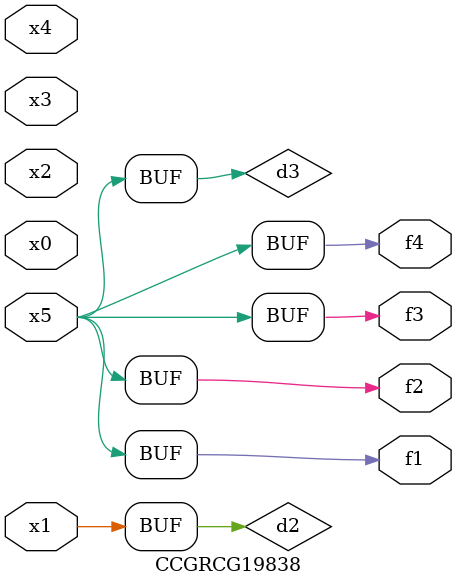
<source format=v>
module CCGRCG19838(
	input x0, x1, x2, x3, x4, x5,
	output f1, f2, f3, f4
);

	wire d1, d2, d3;

	not (d1, x5);
	or (d2, x1);
	xnor (d3, d1);
	assign f1 = d3;
	assign f2 = d3;
	assign f3 = d3;
	assign f4 = d3;
endmodule

</source>
